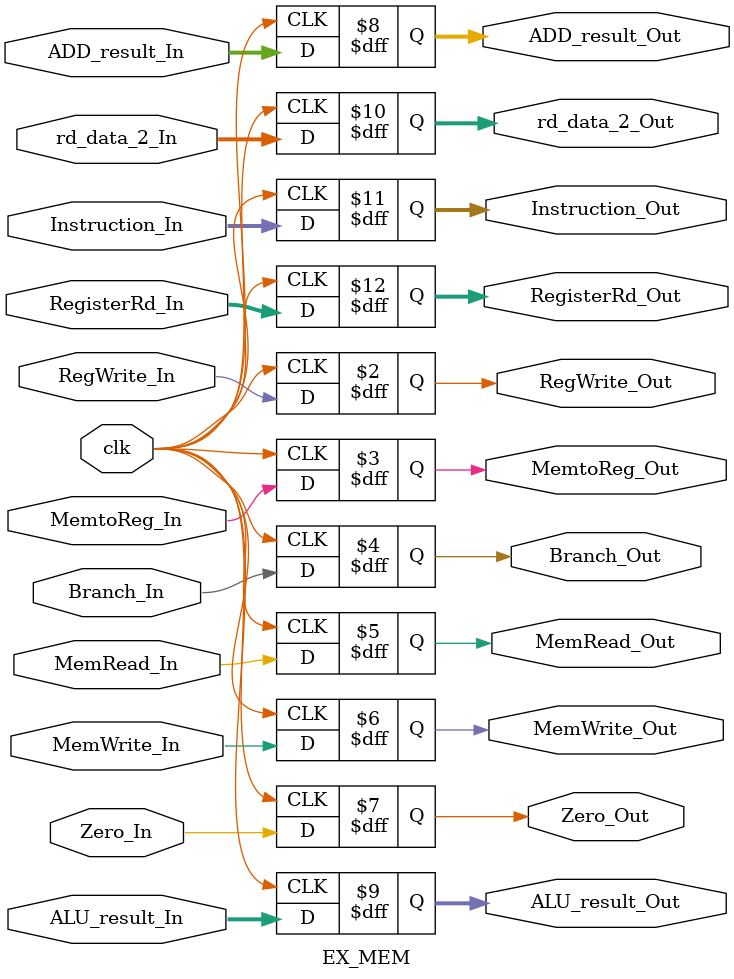
<source format=v>
`timescale 1ns / 1ps


module EX_MEM(clk, RegWrite_In, MemtoReg_In, Branch_In, MemRead_In, MemWrite_In, Zero_In, ADD_result_In, ALU_result_In, rd_data_2_In, Instruction_In, RegisterRd_In,
RegWrite_Out, MemtoReg_Out, Branch_Out, MemRead_Out, MemWrite_Out, Zero_Out, ADD_result_Out, ALU_result_Out, rd_data_2_Out, Instruction_Out, RegisterRd_Out);

input clk;

input RegWrite_In, MemtoReg_In, Branch_In, MemRead_In, MemWrite_In, Zero_In;
input [63:0] ADD_result_In, ALU_result_In, rd_data_2_In;
input [4:0] Instruction_In, RegisterRd_In;

output reg RegWrite_Out, MemtoReg_Out, Branch_Out, MemRead_Out, MemWrite_Out, Zero_Out;
output reg [63:0] ADD_result_Out, ALU_result_Out, rd_data_2_Out;
output reg [4:0] Instruction_Out, RegisterRd_Out;
 
always@(posedge clk) //Execute Block on the rising edge 0->1
begin
    RegWrite_Out <= RegWrite_In;
    MemtoReg_Out <= MemtoReg_In;
    Branch_Out <= Branch_In;
    MemRead_Out <= MemRead_In;
    MemWrite_Out <= MemWrite_In;
    Zero_Out <= Zero_In;
    ADD_result_Out <= ADD_result_In;
    ALU_result_Out <= ALU_result_In;
    rd_data_2_Out <= rd_data_2_In;
    Instruction_Out <= Instruction_In;
    RegisterRd_Out <= RegisterRd_In;
end  

endmodule

</source>
